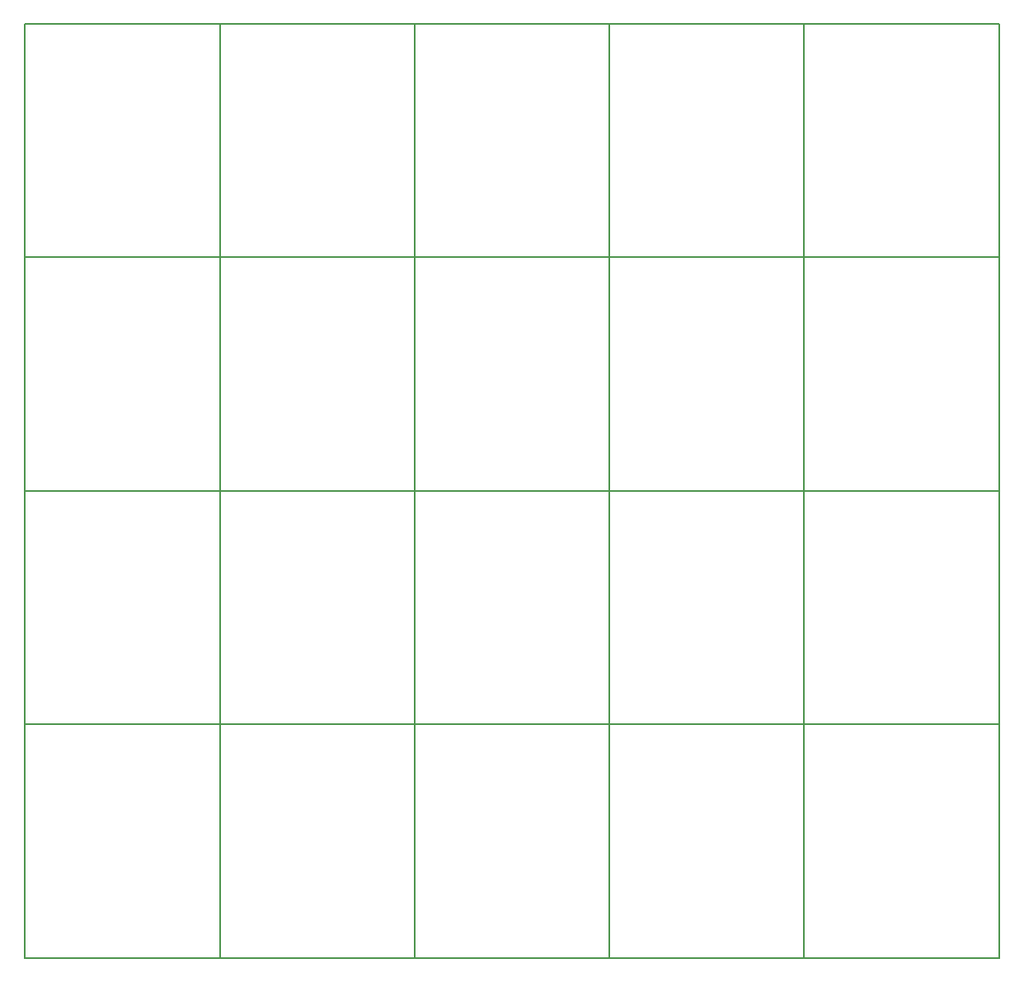
<source format=gm1>
G04 #@! TF.FileFunction,Profile,NP*
%FSLAX46Y46*%
G04 Gerber Fmt 4.6, Leading zero omitted, Abs format (unit mm)*
G04 Created by KiCad (PCBNEW 4.0.2-stable) date 9/7/2017 8:19:00 PM*
%MOMM*%
G01*
G04 APERTURE LIST*
%ADD10C,0.100000*%
%ADD11C,0.150000*%
G04 APERTURE END LIST*
D10*
D11*
X130000000Y-122000000D02*
X130000000Y-146000000D01*
X110000000Y-122000000D02*
X110000000Y-146000000D01*
X90000000Y-122000000D02*
X90000000Y-146000000D01*
X70000000Y-122000000D02*
X70000000Y-146000000D01*
X50000000Y-122000000D02*
X50000000Y-146000000D01*
X130000000Y-98000000D02*
X130000000Y-122000000D01*
X110000000Y-98000000D02*
X110000000Y-122000000D01*
X90000000Y-98000000D02*
X90000000Y-122000000D01*
X70000000Y-98000000D02*
X70000000Y-122000000D01*
X50000000Y-98000000D02*
X50000000Y-122000000D01*
X130000000Y-74000000D02*
X130000000Y-98000000D01*
X110000000Y-74000000D02*
X110000000Y-98000000D01*
X90000000Y-74000000D02*
X90000000Y-98000000D01*
X70000000Y-74000000D02*
X70000000Y-98000000D01*
X50000000Y-74000000D02*
X50000000Y-98000000D01*
X130000000Y-50000000D02*
X130000000Y-74000000D01*
X110000000Y-50000000D02*
X110000000Y-74000000D01*
X90000000Y-50000000D02*
X90000000Y-74000000D01*
X70000000Y-50000000D02*
X70000000Y-74000000D01*
X150000000Y-146000000D02*
X150000000Y-122000000D01*
X130000000Y-146000000D02*
X130000000Y-122000000D01*
X110000000Y-146000000D02*
X110000000Y-122000000D01*
X90000000Y-146000000D02*
X90000000Y-122000000D01*
X70000000Y-146000000D02*
X70000000Y-122000000D01*
X150000000Y-122000000D02*
X150000000Y-98000000D01*
X130000000Y-122000000D02*
X130000000Y-98000000D01*
X110000000Y-122000000D02*
X110000000Y-98000000D01*
X90000000Y-122000000D02*
X90000000Y-98000000D01*
X70000000Y-122000000D02*
X70000000Y-98000000D01*
X150000000Y-98000000D02*
X150000000Y-74000000D01*
X130000000Y-98000000D02*
X130000000Y-74000000D01*
X110000000Y-98000000D02*
X110000000Y-74000000D01*
X90000000Y-98000000D02*
X90000000Y-74000000D01*
X70000000Y-98000000D02*
X70000000Y-74000000D01*
X150000000Y-74000000D02*
X150000000Y-50000000D01*
X130000000Y-74000000D02*
X130000000Y-50000000D01*
X110000000Y-74000000D02*
X110000000Y-50000000D01*
X90000000Y-74000000D02*
X90000000Y-50000000D01*
X150000000Y-122000000D02*
X130000000Y-122000000D01*
X130000000Y-122000000D02*
X110000000Y-122000000D01*
X110000000Y-122000000D02*
X90000000Y-122000000D01*
X90000000Y-122000000D02*
X70000000Y-122000000D01*
X70000000Y-122000000D02*
X50000000Y-122000000D01*
X150000000Y-98000000D02*
X130000000Y-98000000D01*
X130000000Y-98000000D02*
X110000000Y-98000000D01*
X110000000Y-98000000D02*
X90000000Y-98000000D01*
X90000000Y-98000000D02*
X70000000Y-98000000D01*
X70000000Y-98000000D02*
X50000000Y-98000000D01*
X150000000Y-74000000D02*
X130000000Y-74000000D01*
X130000000Y-74000000D02*
X110000000Y-74000000D01*
X110000000Y-74000000D02*
X90000000Y-74000000D01*
X90000000Y-74000000D02*
X70000000Y-74000000D01*
X70000000Y-74000000D02*
X50000000Y-74000000D01*
X150000000Y-50000000D02*
X130000000Y-50000000D01*
X130000000Y-50000000D02*
X110000000Y-50000000D01*
X110000000Y-50000000D02*
X90000000Y-50000000D01*
X90000000Y-50000000D02*
X70000000Y-50000000D01*
X130000000Y-146000000D02*
X150000000Y-146000000D01*
X110000000Y-146000000D02*
X130000000Y-146000000D01*
X90000000Y-146000000D02*
X110000000Y-146000000D01*
X70000000Y-146000000D02*
X90000000Y-146000000D01*
X50000000Y-146000000D02*
X70000000Y-146000000D01*
X130000000Y-122000000D02*
X150000000Y-122000000D01*
X110000000Y-122000000D02*
X130000000Y-122000000D01*
X90000000Y-122000000D02*
X110000000Y-122000000D01*
X70000000Y-122000000D02*
X90000000Y-122000000D01*
X50000000Y-122000000D02*
X70000000Y-122000000D01*
X130000000Y-98000000D02*
X150000000Y-98000000D01*
X110000000Y-98000000D02*
X130000000Y-98000000D01*
X90000000Y-98000000D02*
X110000000Y-98000000D01*
X70000000Y-98000000D02*
X90000000Y-98000000D01*
X50000000Y-98000000D02*
X70000000Y-98000000D01*
X130000000Y-74000000D02*
X150000000Y-74000000D01*
X110000000Y-74000000D02*
X130000000Y-74000000D01*
X90000000Y-74000000D02*
X110000000Y-74000000D01*
X70000000Y-74000000D02*
X90000000Y-74000000D01*
X70000000Y-50000000D02*
X50000000Y-50000000D01*
X70000000Y-74000000D02*
X70000000Y-50000000D01*
X50000000Y-74000000D02*
X70000000Y-74000000D01*
X50000000Y-50000000D02*
X50000000Y-74000000D01*
M02*

</source>
